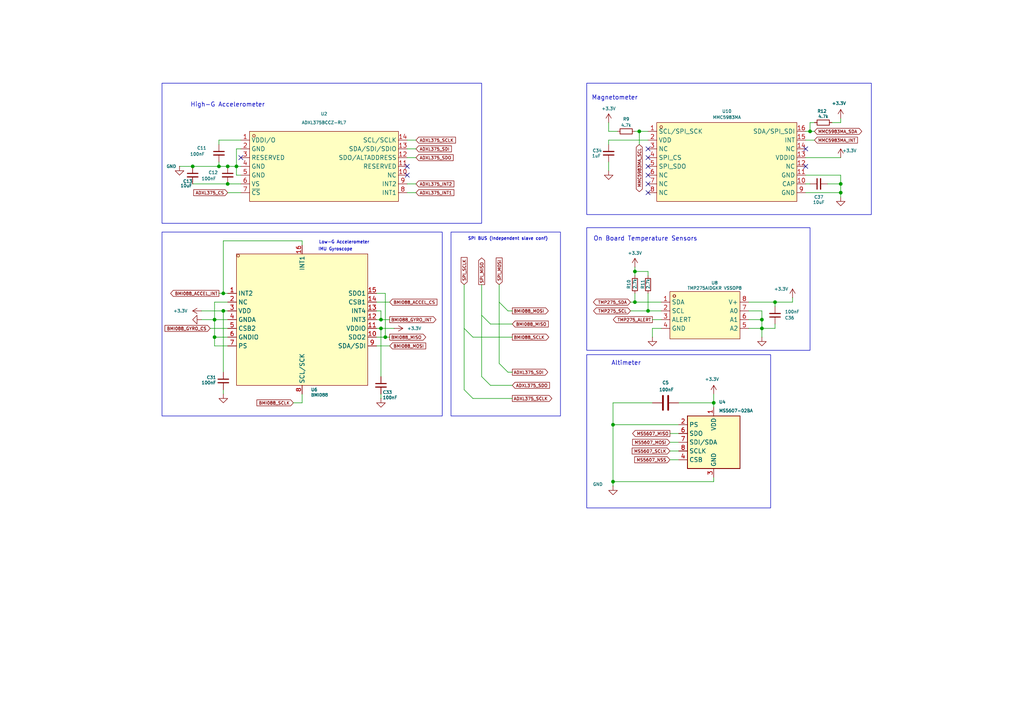
<source format=kicad_sch>
(kicad_sch (version 20231120) (generator "eeschema") (generator_version "8.0")
  (paper "A4")
  (title_block (title "Sensors") (date "2024-09-06") (rev "Tokyo") (company "CUHAR"))
  (lib_symbols
    (symbol "Device:C" (pin_numbers hide) (pin_names (offset 0.254))
      (property "Reference" "C" (at 0.635 2.54 0))
      (property "Value" "C" (at 0.635 -2.54 0))
      (symbol "C_0_1"
        (polyline (pts (xy -2.032 -0.762) (xy 2.032 -0.762)) (stroke (width 0.508)))
        (polyline (pts (xy -2.032 0.762) (xy 2.032 0.762)) (stroke (width 0.508)))
      )
      (symbol "C_1_1"
        (pin passive line (at 0 3.81 270) (length 2.794) (name "~") (number "1"))
        (pin passive line (at 0 -3.81 90) (length 2.794) (name "~") (number "2"))
      )
    )
    (symbol "Device:C_Small" (pin_numbers hide) (pin_names (offset 0.254) hide)
      (property "Reference" "C" (at 0.254 1.778 0))
      (property "Value" "C_Small" (at 0.254 -2.032 0))
      (symbol "C_Small_0_1"
        (polyline (pts (xy -1.524 -0.508) (xy 1.524 -0.508)) (stroke (width 0.3302)))
        (polyline (pts (xy -1.524 0.508) (xy 1.524 0.508)) (stroke (width 0.3048)))
      )
      (symbol "C_Small_1_1"
        (pin passive line (at 0 2.54 270) (length 2.032) (name "~") (number "1"))
        (pin passive line (at 0 -2.54 90) (length 2.032) (name "~") (number "2"))
      )
    )
    (symbol "Device:R_Small" (pin_numbers hide) (pin_names (offset 0.254) hide)
      (property "Reference" "R" (at 0.762 0.508 0))
      (property "Value" "R_Small" (at 0.762 -1.016 0))
      (symbol "R_Small_0_1"
        (rectangle (start -0.762 1.778) (end 0.762 -1.778) (stroke (width 0.2032)))
      )
      (symbol "R_Small_1_1"
        (pin passive line (at 0 2.54 270) (length 0.762) (name "~") (number "1"))
        (pin passive line (at 0 -2.54 90) (length 0.762) (name "~") (number "2"))
      )
    )
    (symbol "EasyEDA:ADXL375BCCZ-RL7"
      (property "Reference" "U" (at 0 12.7 0))
      (property "Value" "ADXL375BCCZ-RL7" (at 0 -12.7 0))
      (symbol "ADXL375BCCZ-RL7_0_1"
        (rectangle (start -21.59 10.16) (end 21.59 -10.16) (fill (type background)))
        (circle (center -20.32 8.89) (radius 0.38))
        (pin unspecified line (at -24.13 7.62 0) (length 2.54) (name "VDDI/O") (number "1"))
        (pin unspecified line (at 24.13 -2.54 180) (length 2.54) (name "NC") (number "10"))
        (pin unspecified line (at 24.13 0 180) (length 2.54) (name "RESERVED") (number "11"))
        (pin unspecified line (at 24.13 2.54 180) (length 2.54) (name "SDO/ALTADDRESS") (number "12"))
        (pin unspecified line (at 24.13 5.08 180) (length 2.54) (name "SDA/SDI/SDIO") (number "13"))
        (pin unspecified line (at 24.13 7.62 180) (length 2.54) (name "SCL/SCLK") (number "14"))
        (pin unspecified line (at -24.13 5.08 0) (length 2.54) (name "GND") (number "2"))
        (pin unspecified line (at -24.13 2.54 0) (length 2.54) (name "RESERVED") (number "3"))
        (pin unspecified line (at -24.13 0 0) (length 2.54) (name "GND") (number "4"))
        (pin unspecified line (at -24.13 -2.54 0) (length 2.54) (name "GND") (number "5"))
        (pin unspecified line (at -24.13 -5.08 0) (length 2.54) (name "VS") (number "6"))
        (pin unspecified line (at -24.13 -7.62 0) (length 2.54) (name "~{CS}") (number "7"))
        (pin unspecified line (at 24.13 -7.62 180) (length 2.54) (name "INT1") (number "8"))
        (pin unspecified line (at 24.13 -5.08 180) (length 2.54) (name "INT2") (number "9"))
      )
    )
    (symbol "EasyEDA:BMI088"
      (property "Reference" "U" (at 0 26.67 0))
      (property "Value" "BMI088" (at 0 -26.67 0))
      (symbol "BMI088_0_1"
        (rectangle (start -19.05 19.05) (end 19.05 -19.05) (fill (type background)))
        (circle (center -18.54 18.54) (radius 0.38))
        (pin unspecified line (at -21.59 7.62 0) (length 2.54) (name "INT2") (number "1"))
        (pin unspecified line (at 21.59 -5.08 180) (length 2.54) (name "SDO2") (number "10"))
        (pin unspecified line (at 21.59 -2.54 180) (length 2.54) (name "VDDIO") (number "11"))
        (pin unspecified line (at 21.59 0 180) (length 2.54) (name "INT3") (number "12"))
        (pin unspecified line (at 21.59 2.54 180) (length 2.54) (name "INT4") (number "13"))
        (pin unspecified line (at 21.59 5.08 180) (length 2.54) (name "CSB1") (number "14"))
        (pin unspecified line (at 21.59 7.62 180) (length 2.54) (name "SDO1") (number "15"))
        (pin unspecified line (at 0 21.59 270) (length 2.54) (name "INT1") (number "16"))
        (pin unspecified line (at -21.59 5.08 0) (length 2.54) (name "NC") (number "2"))
        (pin unspecified line (at -21.59 2.54 0) (length 2.54) (name "VDD") (number "3"))
        (pin unspecified line (at -21.59 0 0) (length 2.54) (name "GNDA") (number "4"))
        (pin unspecified line (at -21.59 -2.54 0) (length 2.54) (name "CSB2") (number "5"))
        (pin unspecified line (at -21.59 -5.08 0) (length 2.54) (name "GNDIO") (number "6"))
        (pin unspecified line (at -21.59 -7.62 0) (length 2.54) (name "PS") (number "7"))
        (pin unspecified line (at 0 -21.59 90) (length 2.54) (name "SCL/SCK") (number "8"))
        (pin unspecified line (at 21.59 -7.62 180) (length 2.54) (name "SDA/SDI") (number "9"))
      )
    )
    (symbol "EasyEDA:MMC5983MA"
      (property "Reference" "U" (at 0 13.97 0))
      (property "Value" "MMC5983MA" (at 0 -13.97 0))
      (symbol "MMC5983MA_0_1"
        (rectangle (start -20.32 11.43) (end 20.32 -11.43) (fill (type background)))
        (circle (center -19.05 10.16) (radius 0.38))
        (pin unspecified line (at -22.86 8.89 0) (length 2.54) (name "SCL/SPI_SCK") (number "1"))
        (pin unspecified line (at 22.86 -6.35 180) (length 2.54) (name "CAP") (number "10"))
        (pin unspecified line (at 22.86 -3.81 180) (length 2.54) (name "GND") (number "11"))
        (pin unspecified line (at 22.86 -1.27 180) (length 2.54) (name "NC") (number "12"))
        (pin unspecified line (at 22.86 1.27 180) (length 2.54) (name "VDDIO") (number "13"))
        (pin unspecified line (at 22.86 3.81 180) (length 2.54) (name "NC") (number "14"))
        (pin unspecified line (at 22.86 6.35 180) (length 2.54) (name "INT") (number "15"))
        (pin unspecified line (at 22.86 8.89 180) (length 2.54) (name "SDA/SPI_SDI") (number "16"))
        (pin unspecified line (at -22.86 6.35 0) (length 2.54) (name "VDD") (number "2"))
        (pin unspecified line (at -22.86 3.81 0) (length 2.54) (name "NC") (number "3"))
        (pin unspecified line (at -22.86 1.27 0) (length 2.54) (name "SPI_CS") (number "4"))
        (pin unspecified line (at -22.86 -1.27 0) (length 2.54) (name "SPI_SDO") (number "5"))
        (pin unspecified line (at -22.86 -3.81 0) (length 2.54) (name "NC") (number "6"))
        (pin unspecified line (at -22.86 -6.35 0) (length 2.54) (name "NC") (number "7"))
        (pin unspecified line (at -22.86 -8.89 0) (length 2.54) (name "NC") (number "8"))
        (pin unspecified line (at 22.86 -8.89 180) (length 2.54) (name "GND") (number "9"))
      )
    )
    (symbol "EasyEDA:TMP275AIDGKRVSSOP8"
      (property "Reference" "U" (at 0 8.89 0))
      (property "Value" "TMP275AIDGKR VSSOP8" (at 0 -8.89 0))
      (symbol "TMP275AIDGKRVSSOP8_0_1"
        (rectangle (start -10.16 6.86) (end 10.16 -6.86) (fill (type background)))
        (circle (center -8.89 5.59) (radius 0.38))
        (circle (center -8.89 5.59) (radius 0.38))
        (pin unspecified line (at -12.7 3.81 0) (length 2.54) (name "SDA") (number "1"))
        (pin unspecified line (at -12.7 1.27 0) (length 2.54) (name "SCL") (number "2"))
        (pin unspecified line (at -12.7 -1.27 0) (length 2.54) (name "ALERT") (number "3"))
        (pin unspecified line (at -12.7 -3.81 0) (length 2.54) (name "GND") (number "4"))
        (pin unspecified line (at 12.7 -3.81 180) (length 2.54) (name "A2") (number "5"))
        (pin unspecified line (at 12.7 -1.27 180) (length 2.54) (name "A1") (number "6"))
        (pin unspecified line (at 12.7 1.27 180) (length 2.54) (name "A0") (number "7"))
        (pin unspecified line (at 12.7 3.81 180) (length 2.54) (name "V+") (number "8"))
      )
    )
    (symbol "Sensor_Pressure:MS5607-02BA"
      (property "Reference" "U" (at -6.35 8.89 0))
      (property "Value" "MS5607-02BA" (at 7.62 8.89 0))
      (symbol "MS5607-02BA_0_1"
        (rectangle (start -7.62 7.62) (end 7.62 -7.62) (stroke (width 0.254)) (fill (type background)))
      )
      (symbol "MS5607-02BA_1_1"
        (pin power_in line (at 0 10.16 270) (length 2.54) (name "VDD") (number "1"))
        (pin input line (at -10.16 5.08 0) (length 2.54) (name "PS") (number "2"))
        (pin power_in line (at 0 -10.16 90) (length 2.54) (name "GND") (number "3"))
        (pin input line (at -10.16 -5.08 0) (length 2.54) (name "CSB") (number "4"))
        (pin input line (at -10.16 -5.08 0) (length 2.54) hide (name "CSB") (number "5"))
        (pin output line (at -10.16 2.54 0) (length 2.54) (name "SDO") (number "6"))
        (pin bidirectional line (at -10.16 0 0) (length 2.54) (name "SDI/SDA") (number "7"))
        (pin input line (at -10.16 -2.54 0) (length 2.54) (name "SCLK") (number "8"))
      )
    )
    (symbol "power:+3.3V" (power) (pin_numbers hide) (pin_names (offset 0) hide)
      (property "Value" "+3.3V" (at 0 3.556 0))
      (symbol "+3.3V_0_1"
        (polyline (pts (xy -0.762 1.27) (xy 0 2.54)))
        (polyline (pts (xy 0 0) (xy 0 2.54)))
        (polyline (pts (xy 0 2.54) (xy 0.762 1.27)))
      )
      (symbol "+3.3V_1_1"
        (pin power_in line (at 0 0 90) (length 0) (name "~") (number "1"))
      )
    )
    (symbol "power:GND" (power) (pin_numbers hide) (pin_names (offset 0) hide)
      (property "Value" "GND" (at 0 -3.81 0))
      (symbol "GND_0_1"
        (polyline (pts (xy 0 0) (xy 0 -1.27) (xy 1.27 -1.27) (xy 0 -2.54) (xy -1.27 -1.27) (xy 0 -1.27)))
      )
      (symbol "GND_1_1"
        (pin power_in line (at 0 0 270) (length 0) (name "~") (number "1"))
      )
    )
  )
  (junction (at 220.98 95.25))
  (junction (at 184.15 87.63))
  (junction (at 62.23 92.71))
  (junction (at 243.84 55.88))
  (junction (at 220.98 92.71))
  (junction (at 207.01 116.84))
  (junction (at 64.77 90.17))
  (junction (at 177.8 139.7))
  (junction (at 187.96 90.17))
  (junction (at 177.8 123.19))
  (junction (at 55.88 48.26))
  (junction (at 63.5 48.26))
  (junction (at 224.79 87.63))
  (junction (at 62.23 97.79))
  (junction (at 243.84 53.34))
  (junction (at 66.04 53.34))
  (junction (at 110.49 92.71))
  (junction (at 66.04 48.26))
  (junction (at 184.15 78.74))
  (junction (at 68.58 48.26))
  (junction (at 185.42 38.1))
  (junction (at 234.95 38.1))
  (junction (at 110.49 95.25))
  (junction (at 64.77 85.09))
  (junction (at 111.76 97.79))
  (no_connect (at 187.96 48.26))
  (no_connect (at 187.96 45.72))
  (no_connect (at 118.11 50.8))
  (no_connect (at 187.96 43.18))
  (no_connect (at 69.85 45.72))
  (no_connect (at 233.68 48.26))
  (no_connect (at 187.96 55.88))
  (no_connect (at 233.68 43.18))
  (no_connect (at 187.96 50.8))
  (no_connect (at 118.11 48.26))
  (no_connect (at 187.96 53.34))
  (bus_entry (at 134.62 113.03) (size 2.54 2.54))
  (bus_entry (at 144.78 87.63) (size 2.54 2.54))
  (bus_entry (at 139.7 91.44) (size 2.54 2.54))
  (bus_entry (at 134.62 95.25) (size 2.54 2.54))
  (bus_entry (at 144.78 105.41) (size 2.54 2.54))
  (bus_entry (at 139.7 109.22) (size 2.54 2.54))
  (wire (pts (xy 66.04 48.26) (xy 68.58 48.26)))
  (wire (pts (xy 110.49 95.25) (xy 114.3 95.25)))
  (wire (pts (xy 64.77 85.09) (xy 64.77 69.85)))
  (wire (pts (xy 243.84 55.88) (xy 243.84 57.15)))
  (wire (pts (xy 240.03 53.34) (xy 243.84 53.34)))
  (wire (pts (xy 243.84 34.29) (xy 243.84 35.56)))
  (wire (pts (xy 176.53 35.56) (xy 176.53 38.1)))
  (wire (pts (xy 68.58 48.26) (xy 68.58 50.8)))
  (wire (pts (xy 220.98 95.25) (xy 224.79 95.25)))
  (wire (pts (xy 63.5 46.99) (xy 63.5 48.26)))
  (wire (pts (xy 142.24 111.76) (xy 148.59 111.76)))
  (wire (pts (xy 66.04 53.34) (xy 69.85 53.34)))
  (wire (pts (xy 182.88 90.17) (xy 187.96 90.17)))
  (wire (pts (xy 196.85 123.19) (xy 177.8 123.19)))
  (wire (pts (xy 66.04 87.63) (xy 62.23 87.63)))
  (wire (pts (xy 64.77 85.09) (xy 66.04 85.09)))
  (wire (pts (xy 207.01 116.84) (xy 207.01 118.11)))
  (wire (pts (xy 224.79 87.63) (xy 229.87 87.63)))
  (wire (pts (xy 220.98 92.71) (xy 220.98 95.25)))
  (wire (pts (xy 111.76 97.79) (xy 109.22 97.79)))
  (wire (pts (xy 87.63 116.84) (xy 87.63 114.3)))
  (wire (pts (xy 184.15 38.1) (xy 185.42 38.1)))
  (wire (pts (xy 62.23 92.71) (xy 66.04 92.71)))
  (wire (pts (xy 189.23 92.71) (xy 191.77 92.71)))
  (wire (pts (xy 217.17 92.71) (xy 220.98 92.71)))
  (wire (pts (xy 87.63 69.85) (xy 87.63 71.12)))
  (wire (pts (xy 142.24 93.98) (xy 148.59 93.98)))
  (wire (pts (xy 217.17 90.17) (xy 220.98 90.17)))
  (wire (pts (xy 58.42 90.17) (xy 64.77 90.17)))
  (wire (pts (xy 63.5 85.09) (xy 64.77 85.09)))
  (wire (pts (xy 243.84 35.56) (xy 241.3 35.56)))
  (wire (pts (xy 224.79 88.9) (xy 224.79 87.63)))
  (wire (pts (xy 177.8 123.19) (xy 177.8 116.84)))
  (wire (pts (xy 63.5 48.26) (xy 66.04 48.26)))
  (wire (pts (xy 69.85 40.64) (xy 63.5 40.64)))
  (wire (pts (xy 62.23 87.63) (xy 62.23 92.71)))
  (wire (pts (xy 139.7 82.55) (xy 139.7 91.44)))
  (wire (pts (xy 176.53 38.1) (xy 179.07 38.1)))
  (wire (pts (xy 177.8 139.7) (xy 177.8 123.19)))
  (wire (pts (xy 55.88 48.26) (xy 63.5 48.26)))
  (wire (pts (xy 177.8 139.7) (xy 207.01 139.7)))
  (wire (pts (xy 64.77 90.17) (xy 66.04 90.17)))
  (wire (pts (xy 184.15 78.74) (xy 187.96 78.74)))
  (wire (pts (xy 177.8 116.84) (xy 189.23 116.84)))
  (wire (pts (xy 109.22 87.63) (xy 113.03 87.63)))
  (wire (pts (xy 184.15 77.47) (xy 184.15 78.74)))
  (wire (pts (xy 233.68 45.72) (xy 243.84 45.72)))
  (wire (pts (xy 109.22 95.25) (xy 110.49 95.25)))
  (wire (pts (xy 134.62 82.55) (xy 134.62 95.25)))
  (wire (pts (xy 63.5 40.64) (xy 63.5 41.91)))
  (wire (pts (xy 176.53 40.64) (xy 176.53 41.91)))
  (wire (pts (xy 176.53 46.99) (xy 176.53 49.53)))
  (wire (pts (xy 110.49 114.3) (xy 110.49 115.57)))
  (wire (pts (xy 187.96 90.17) (xy 191.77 90.17)))
  (wire (pts (xy 68.58 48.26) (xy 69.85 48.26)))
  (wire (pts (xy 118.11 40.64) (xy 120.65 40.64)))
  (wire (pts (xy 118.11 45.72) (xy 120.65 45.72)))
  (wire (pts (xy 194.31 130.81) (xy 196.85 130.81)))
  (wire (pts (xy 207.01 138.43) (xy 207.01 139.7)))
  (wire (pts (xy 118.11 43.18) (xy 120.65 43.18)))
  (wire (pts (xy 85.09 116.84) (xy 87.63 116.84)))
  (wire (pts (xy 233.68 55.88) (xy 243.84 55.88)))
  (wire (pts (xy 66.04 55.88) (xy 69.85 55.88)))
  (wire (pts (xy 111.76 85.09) (xy 111.76 97.79)))
  (wire (pts (xy 233.68 38.1) (xy 234.95 38.1)))
  (wire (pts (xy 229.87 87.63) (xy 229.87 86.36)))
  (wire (pts (xy 224.79 93.98) (xy 224.79 95.25)))
  (wire (pts (xy 184.15 78.74) (xy 184.15 80.01)))
  (wire (pts (xy 187.96 85.09) (xy 187.96 90.17)))
  (wire (pts (xy 68.58 43.18) (xy 68.58 48.26)))
  (wire (pts (xy 60.96 95.25) (xy 66.04 95.25)))
  (wire (pts (xy 137.16 97.79) (xy 148.59 97.79)))
  (wire (pts (xy 233.68 50.8) (xy 243.84 50.8)))
  (wire (pts (xy 233.68 40.64) (xy 236.22 40.64)))
  (wire (pts (xy 189.23 95.25) (xy 189.23 97.79)))
  (wire (pts (xy 110.49 90.17) (xy 109.22 90.17)))
  (wire (pts (xy 68.58 50.8) (xy 69.85 50.8)))
  (wire (pts (xy 144.78 82.55) (xy 144.78 87.63)))
  (wire (pts (xy 207.01 114.3) (xy 207.01 116.84)))
  (wire (pts (xy 55.88 53.34) (xy 66.04 53.34)))
  (wire (pts (xy 110.49 90.17) (xy 110.49 92.71)))
  (wire (pts (xy 109.22 85.09) (xy 111.76 85.09)))
  (wire (pts (xy 58.42 92.71) (xy 62.23 92.71)))
  (wire (pts (xy 134.62 95.25) (xy 134.62 113.03)))
  (wire (pts (xy 69.85 43.18) (xy 68.58 43.18)))
  (wire (pts (xy 233.68 53.34) (xy 234.95 53.34)))
  (wire (pts (xy 185.42 38.1) (xy 187.96 38.1)))
  (wire (pts (xy 109.22 100.33) (xy 113.03 100.33)))
  (wire (pts (xy 184.15 85.09) (xy 184.15 87.63)))
  (wire (pts (xy 64.77 113.03) (xy 64.77 114.3)))
  (wire (pts (xy 196.85 116.84) (xy 207.01 116.84)))
  (wire (pts (xy 147.32 90.17) (xy 148.59 90.17)))
  (wire (pts (xy 137.16 115.57) (xy 148.59 115.57)))
  (wire (pts (xy 234.95 38.1) (xy 236.22 38.1)))
  (wire (pts (xy 139.7 91.44) (xy 139.7 109.22)))
  (wire (pts (xy 234.95 35.56) (xy 234.95 38.1)))
  (wire (pts (xy 217.17 95.25) (xy 220.98 95.25)))
  (wire (pts (xy 187.96 78.74) (xy 187.96 80.01)))
  (wire (pts (xy 236.22 35.56) (xy 234.95 35.56)))
  (wire (pts (xy 185.42 38.1) (xy 185.42 41.91)))
  (wire (pts (xy 243.84 53.34) (xy 243.84 55.88)))
  (wire (pts (xy 182.88 87.63) (xy 184.15 87.63)))
  (wire (pts (xy 243.84 53.34) (xy 243.84 50.8)))
  (wire (pts (xy 194.31 125.73) (xy 196.85 125.73)))
  (wire (pts (xy 147.32 107.95) (xy 148.59 107.95)))
  (wire (pts (xy 110.49 92.71) (xy 109.22 92.71)))
  (wire (pts (xy 64.77 90.17) (xy 64.77 107.95)))
  (wire (pts (xy 177.8 139.7) (xy 177.8 140.97)))
  (wire (pts (xy 194.31 128.27) (xy 196.85 128.27)))
  (wire (pts (xy 66.04 97.79) (xy 62.23 97.79)))
  (wire (pts (xy 220.98 90.17) (xy 220.98 92.71)))
  (wire (pts (xy 118.11 53.34) (xy 120.65 53.34)))
  (wire (pts (xy 52.07 48.26) (xy 55.88 48.26)))
  (wire (pts (xy 62.23 92.71) (xy 62.23 97.79)))
  (wire (pts (xy 110.49 92.71) (xy 113.03 92.71)))
  (wire (pts (xy 176.53 40.64) (xy 187.96 40.64)))
  (wire (pts (xy 62.23 97.79) (xy 62.23 100.33)))
  (wire (pts (xy 217.17 87.63) (xy 224.79 87.63)))
  (wire (pts (xy 220.98 95.25) (xy 220.98 97.79)))
  (wire (pts (xy 64.77 69.85) (xy 87.63 69.85)))
  (wire (pts (xy 144.78 87.63) (xy 144.78 105.41)))
  (wire (pts (xy 189.23 95.25) (xy 191.77 95.25)))
  (wire (pts (xy 194.31 133.35) (xy 196.85 133.35)))
  (wire (pts (xy 110.49 95.25) (xy 110.49 109.22)))
  (wire (pts (xy 111.76 97.79) (xy 113.03 97.79)))
  (wire (pts (xy 62.23 100.33) (xy 66.04 100.33)))
  (wire (pts (xy 184.15 87.63) (xy 191.77 87.63)))
  (wire (pts (xy 118.11 55.88) (xy 120.65 55.88)))
  (rectangle (start 170.18 24.13) (end 252.73 62.23))
  (rectangle (start 46.99 24.13) (end 139.7 64.77))
  (rectangle (start 46.99 67.31) (end 128.27 120.65))
  (rectangle (start 130.81 67.31) (end 162.56 120.65))
  (rectangle (start 170.18 102.87) (end 223.52 147.32))
  (rectangle (start 170.18 66.04) (end 234.95 101.6))
  (text "Altimeter" (at 181.61 105.41 0) (effects (font (size 1.27 1.27))))
  (text "Low-G Accelerometer" (at 99.822 70.358 0) (effects (font (size 0.889 0.889))))
  (text "On Board Temperature Sensors" (at 187.198 69.342 0) (effects (font (size 1.27 1.27))))
  (text "Magnetometer" (at 178.308 28.448 0) (effects (font (size 1.27 1.27))))
  (text "SPI BUS (Independent slave conf)" (at 147.32 69.342 0) (effects (font (size 0.889 0.889))))
  (text "High-G Accelerometer" (at 66.04 30.48 0) (effects (font (size 1.27 1.27))))
  (text "IMU Gyroscope" (at 97.282 72.39 0) (effects (font (size 0.889 0.889))))
  (global_label "ADXL375_SDO" (shape input) (at 148.59 111.76 0) (effects (font (size 0.889 0.889))) (property "Intersheetrefs" "${INTERSHEET_REFS}" (effects (hide yes))))
  (global_label "BMI088_MISO" (shape output) (at 113.03 97.79 0) (effects (font (size 0.889 0.889))) (property "Intersheetrefs" "${INTERSHEET_REFS}" (effects (hide yes))))
  (global_label "MS5607_NSS" (shape input) (at 194.31 133.35 180) (effects (font (size 0.889 0.889))) (property "Intersheetrefs" "${INTERSHEET_REFS}" (effects (hide yes))))
  (global_label "ADXL375_INT1" (shape input) (at 120.65 55.88 0) (effects (font (size 0.889 0.889))) (property "Intersheetrefs" "${INTERSHEET_REFS}" (effects (hide yes))))
  (global_label "MMC5983MA_INT" (shape input) (at 236.22 40.64 0) (effects (font (size 0.889 0.889))) (property "Intersheetrefs" "${INTERSHEET_REFS}" (effects (hide yes))))
  (global_label "BMI088_ACCEL_CS" (shape input) (at 113.03 87.63 0) (effects (font (size 0.889 0.889))) (property "Intersheetrefs" "${INTERSHEET_REFS}" (effects (hide yes))))
  (global_label "SPI_MISO" (shape output) (at 139.7 82.55 90) (effects (font (size 0.889 0.889))) (property "Intersheetrefs" "${INTERSHEET_REFS}" (effects (hide yes))))
  (global_label "TMP275_SDA" (shape bidirectional) (at 182.88 87.63 180) (effects (font (size 0.889 0.889))) (property "Intersheetrefs" "${INTERSHEET_REFS}" (effects (hide yes))))
  (global_label "SPI_SCLK" (shape input) (at 134.62 82.55 90) (effects (font (size 0.889 0.889))) (property "Intersheetrefs" "${INTERSHEET_REFS}" (effects (hide yes))))
  (global_label "ADXL375_SDI" (shape output) (at 148.59 107.95 0) (effects (font (size 0.889 0.889))) (property "Intersheetrefs" "${INTERSHEET_REFS}" (effects (hide yes))))
  (global_label "ADXL375_SDO" (shape input) (at 120.65 45.72 0) (effects (font (size 0.889 0.889))) (property "Intersheetrefs" "${INTERSHEET_REFS}" (effects (hide yes))))
  (global_label "BMI088_MOSI" (shape output) (at 148.59 90.17 0) (effects (font (size 0.889 0.889))) (property "Intersheetrefs" "${INTERSHEET_REFS}" (effects (hide yes))))
  (global_label "MS5607_MOSI" (shape input) (at 194.31 128.27 180) (effects (font (size 0.889 0.889))) (property "Intersheetrefs" "${INTERSHEET_REFS}" (effects (hide yes))))
  (global_label "MMC5983MA_SCL" (shape bidirectional) (at 185.42 41.91 270) (effects (font (size 0.889 0.889))) (property "Intersheetrefs" "${INTERSHEET_REFS}" (effects (hide yes))))
  (global_label "ADXL375_SCLK" (shape input) (at 120.65 40.64 0) (effects (font (size 0.889 0.889))) (property "Intersheetrefs" "${INTERSHEET_REFS}" (effects (hide yes))))
  (global_label "BMI088_ACCEL_INT" (shape output) (at 63.5 85.09 180) (effects (font (size 0.889 0.889))) (property "Intersheetrefs" "${INTERSHEET_REFS}" (effects (hide yes))))
  (global_label "TMP275_SCL" (shape bidirectional) (at 182.88 90.17 180) (effects (font (size 0.889 0.889))) (property "Intersheetrefs" "${INTERSHEET_REFS}" (effects (hide yes))))
  (global_label "BMI088_GYRO_CS" (shape input) (at 60.96 95.25 180) (effects (font (size 0.889 0.889))) (property "Intersheetrefs" "${INTERSHEET_REFS}" (effects (hide yes))))
  (global_label "ADXL375_CS" (shape input) (at 66.04 55.88 180) (effects (font (size 0.889 0.889))) (property "Intersheetrefs" "${INTERSHEET_REFS}" (effects (hide yes))))
  (global_label "SPI_MOSI" (shape input) (at 144.78 82.55 90) (effects (font (size 0.889 0.889))) (property "Intersheetrefs" "${INTERSHEET_REFS}" (effects (hide yes))))
  (global_label "MS5607_SCLK" (shape input) (at 194.31 130.81 180) (effects (font (size 0.889 0.889))) (property "Intersheetrefs" "${INTERSHEET_REFS}" (effects (hide yes))))
  (global_label "BMI088_GYRO_INT" (shape output) (at 113.03 92.71 0) (effects (font (size 0.889 0.889))) (property "Intersheetrefs" "${INTERSHEET_REFS}" (effects (hide yes))))
  (global_label "BMI088_SCLK" (shape output) (at 148.59 97.79 0) (effects (font (size 0.889 0.889))) (property "Intersheetrefs" "${INTERSHEET_REFS}" (effects (hide yes))))
  (global_label "BMI088_MOSI" (shape input) (at 113.03 100.33 0) (effects (font (size 0.889 0.889))) (property "Intersheetrefs" "${INTERSHEET_REFS}" (effects (hide yes))))
  (global_label "ADXL375_SCLK" (shape output) (at 148.59 115.57 0) (effects (font (size 0.889 0.889))) (property "Intersheetrefs" "${INTERSHEET_REFS}" (effects (hide yes))))
  (global_label "ADXL375_INT2" (shape input) (at 120.65 53.34 0) (effects (font (size 0.889 0.889))) (property "Intersheetrefs" "${INTERSHEET_REFS}" (effects (hide yes))))
  (global_label "MMC5983MA_SDA" (shape bidirectional) (at 236.22 38.1 0) (effects (font (size 0.889 0.889))) (property "Intersheetrefs" "${INTERSHEET_REFS}" (effects (hide yes))))
  (global_label "MS5607_MISO" (shape output) (at 194.31 125.73 180) (effects (font (size 0.889 0.889))) (property "Intersheetrefs" "${INTERSHEET_REFS}" (effects (hide yes))))
  (global_label "BMI088_SCLK" (shape input) (at 85.09 116.84 180) (effects (font (size 0.889 0.889))) (property "Intersheetrefs" "${INTERSHEET_REFS}" (effects (hide yes))))
  (global_label "BMI088_MISO" (shape input) (at 148.59 93.98 0) (effects (font (size 0.889 0.889))) (property "Intersheetrefs" "${INTERSHEET_REFS}" (effects (hide yes))))
  (global_label "ADXL375_SDI" (shape input) (at 120.65 43.18 0) (effects (font (size 0.889 0.889))) (property "Intersheetrefs" "${INTERSHEET_REFS}" (effects (hide yes))))
  (global_label "TMP275_ALERT" (shape output) (at 189.23 92.71 180) (effects (font (size 0.889 0.889))) (property "Intersheetrefs" "${INTERSHEET_REFS}" (effects (hide yes))))
  (symbol (lib_id "power:GND") (at 220.98 97.79 0) (unit 1)
    (property "Reference" "#PWR057" (effects (hide yes)))
    (property "Value" "GND" (effects (hide yes)))
    (property "Description" "Power symbol creates a global label with name \"GND\" , ground" (effects (hide yes)))
  )
  (symbol (lib_id "power:+3.3V") (at 243.84 34.29 0) (unit 1)
    (property "Reference" "#PWR059" (effects (hide yes)))
    (property "Value" "+3.3V" (at 243.332 29.972 0) (effects (font (size 0.889 0.889))))
    (property "Description" "Power symbol creates a global label with name \"+3.3V\"" (effects (hide yes)))
  )
  (symbol (lib_id "Device:C_Small") (at 176.53 44.45 180) (unit 1)
    (property "Reference" "C34" (at 173.228 43.688 0) (effects (font (size 0.889 0.889))))
    (property "Value" "1uF" (at 172.974 45.212 0) (effects (font (size 0.889 0.889))))
    (property "Footprint" "Capacitor_SMD:C_0402_1005Metric_Pad0.74x0.62mm_HandSolder" (effects (hide yes)))
    (property "Description" "Unpolarized capacitor, small symbol" (effects (hide yes)))
  )
  (symbol (lib_id "power:GND") (at 64.77 114.3 0) (unit 1)
    (property "Reference" "#PWR048" (effects (hide yes)))
    (property "Value" "GND" (effects (hide yes)))
    (property "Description" "Power symbol creates a global label with name \"GND\" , ground" (effects (hide yes)))
  )
  (symbol (lib_id "Device:C_Small") (at 224.79 91.44 180) (unit 1)
    (property "Reference" "C36" (at 230.378 92.202 0) (effects (font (size 0.889 0.889)) (justify left)))
    (property "Value" "100nF" (at 231.902 90.424 0) (effects (font (size 0.889 0.889)) (justify left)))
    (property "Footprint" "Capacitor_SMD:C_0402_1005Metric" (effects (hide yes)))
    (property "Description" "Unpolarized capacitor, small symbol" (effects (hide yes)))
  )
  (symbol (lib_id "power:+3.3V") (at 243.84 45.72 0) (unit 1)
    (property "Reference" "#PWR060" (effects (hide yes)))
    (property "Value" "+3.3V" (at 246.38 43.688 0) (effects (font (size 0.889 0.889))))
    (property "Description" "Power symbol creates a global label with name \"+3.3V\"" (effects (hide yes)))
  )
  (symbol (lib_id "power:+3.3V") (at 58.42 90.17 90) (unit 1)
    (property "Reference" "#PWR046" (effects (hide yes)))
    (property "Value" "+3.3V" (at 52.324 90.17 90) (effects (font (size 0.889 0.889))))
    (property "Description" "Power symbol creates a global label with name \"+3.3V\"" (effects (hide yes)))
  )
  (symbol (lib_id "power:GND") (at 110.49 115.57 0) (unit 1)
    (property "Reference" "#PWR049" (effects (hide yes)))
    (property "Value" "GND" (effects (hide yes)))
    (property "Description" "Power symbol creates a global label with name \"GND\" , ground" (effects (hide yes)))
  )
  (symbol (lib_id "Device:R_Small") (at 184.15 82.55 0) (unit 1)
    (property "Reference" "R10" (at 182.372 83.82 90) (effects (font (size 0.889 0.889)) (justify left)))
    (property "Value" "2.7k" (at 184.15 83.82 90) (effects (font (size 0.889 0.889)) (justify left)))
    (property "Footprint" "Resistor_SMD:R_0402_1005Metric" (effects (hide yes)))
    (property "Description" "Resistor, small symbol" (effects (hide yes)))
  )
  (symbol (lib_id "power:GND") (at 176.53 49.53 0) (unit 1)
    (property "Reference" "#PWR052" (effects (hide yes)))
    (property "Value" "GND" (effects (hide yes)))
    (property "Description" "Power symbol creates a global label with name \"GND\" , ground" (effects (hide yes)))
  )
  (symbol (lib_id "Device:R_Small") (at 238.76 35.56 90) (unit 1)
    (property "Reference" "R12" (at 239.776 32.258 90) (effects (font (size 0.889 0.889)) (justify left)))
    (property "Value" "4.7k" (at 240.284 33.782 90) (effects (font (size 0.889 0.889)) (justify left)))
    (property "Footprint" "Resistor_SMD:R_0402_1005Metric_Pad0.72x0.64mm_HandSolder" (effects (hide yes)))
    (property "Description" "Resistor, small symbol" (effects (hide yes)))
  )
  (symbol (lib_id "Device:C") (at 193.04 116.84 90) (unit 1)
    (property "Reference" "C5" (at 193.04 110.998 90) (effects (font (size 0.889 0.889))))
    (property "Value" "100nF" (at 193.294 113.03 90) (effects (font (size 0.889 0.889))))
    (property "Footprint" "Capacitor_SMD:C_0402_1005Metric" (effects (hide yes)))
    (property "Description" "Unpolarized capacitor" (effects (hide yes)))
    (instances (project "" (path "" (reference "C5") (unit 1))) (project "" (path "" (reference "C35") (unit 1))))
  )
  (symbol (lib_id "Device:C_Small") (at 110.49 111.76 0) (unit 1)
    (property "Reference" "C33" (at 110.998 113.792 0) (effects (font (size 0.889 0.889)) (justify left)))
    (property "Value" "100nF" (at 110.998 115.316 0) (effects (font (size 0.889 0.889)) (justify left)))
    (property "Footprint" "Capacitor_SMD:C_0402_1005Metric" (effects (hide yes)))
    (property "Description" "Unpolarized capacitor, small symbol" (effects (hide yes)))
  )
  (symbol (lib_id "power:+3.3V") (at 176.53 35.56 0) (unit 1)
    (property "Reference" "#PWR051" (effects (hide yes)))
    (property "Value" "+3.3V" (at 176.53 31.496 0) (effects (font (size 0.889 0.889))))
    (property "Description" "Power symbol creates a global label with name \"+3.3V\"" (effects (hide yes)))
  )
  (symbol (lib_id "EasyEDA:TMP275AIDGKRVSSOP8") (at 204.47 91.44 0) (unit 1)
    (property "Reference" "U8" (at 207.264 82.042 0) (effects (font (size 0.889 0.889))))
    (property "Value" "TMP275AIDGKR VSSOP8" (at 207.264 83.566 0) (effects (font (size 0.889 0.889))))
    (property "Footprint" "EasyEDA:VSSOP-8_L3.0-W3.0-P0.65-LS5.0-BL" (effects (hide yes)))
    (property "Datasheet" "https://lcsc.com/product-detail/Temperature-Sensors_TI_TMP275AIDGKR-VSSOP8_TMP275AIDGKR_C87815.html" (effects (hide yes)))
    (property "LCSC Part" "C87815" (effects (hide yes)))
  )
  (symbol (lib_id "power:+3.3V") (at 229.87 86.36 0) (unit 1)
    (property "Reference" "#PWR058" (effects (hide yes)))
    (property "Value" "+3.3V" (at 226.568 83.82 0) (effects (font (size 0.889 0.889))))
    (property "Description" "Power symbol creates a global label with name \"+3.3V\"" (effects (hide yes)))
  )
  (symbol (lib_id "power:GND") (at 243.84 57.15 0) (unit 1)
    (property "Reference" "#PWR061" (effects (hide yes)))
    (property "Value" "GND" (effects (hide yes)))
    (property "Description" "Power symbol creates a global label with name \"GND\" , ground" (effects (hide yes)))
  )
  (symbol (lib_id "Device:C_Small") (at 55.88 50.8 0) (unit 1)
    (property "Reference" "C13" (at 53.086 52.578 0) (effects (font (size 0.889 0.889)) (justify left)))
    (property "Value" "10uF" (at 52.324 53.848 0) (effects (font (size 0.889 0.889)) (justify left)))
    (property "Footprint" "Capacitor_SMD:C_0402_1005Metric" (effects (hide yes)))
    (property "Description" "Unpolarized capacitor, small symbol" (effects (hide yes)))
    (instances (project "mirage" (path "" (reference "C13") (unit 1))) (project "mirage" (path "" (reference "C29") (unit 1))))
  )
  (symbol (lib_id "Device:C_Small") (at 63.5 44.45 0) (unit 1)
    (property "Reference" "C11" (at 57.15 42.926 0) (effects (font (size 0.889 0.889)) (justify left)))
    (property "Value" "100nF" (at 55.118 44.704 0) (effects (font (size 0.889 0.889)) (justify left)))
    (property "Footprint" "Capacitor_SMD:C_0402_1005Metric" (effects (hide yes)))
    (property "Description" "Unpolarized capacitor, small symbol" (effects (hide yes)))
    (instances (project "" (path "" (reference "C11") (unit 1))) (project "" (path "" (reference "C30") (unit 1))))
  )
  (symbol (lib_id "power:+3.3V") (at 207.01 114.3 0) (unit 1)
    (property "Reference" "#PWR06" (effects (hide yes)))
    (property "Value" "+3.3V" (at 206.502 109.982 0) (effects (font (size 0.889 0.889))))
    (property "Description" "Power symbol creates a global label with name \"+3.3V\"" (effects (hide yes)))
    (instances (project "mirage" (path "" (reference "#PWR06") (unit 1))) (project "mirage" (path "" (reference "#PWR056") (unit 1))))
  )
  (symbol (lib_id "Device:R_Small") (at 187.96 82.55 0) (unit 1)
    (property "Reference" "R11" (at 186.436 83.82 90) (effects (font (size 0.889 0.889)) (justify left)))
    (property "Value" "2.7k" (at 187.96 83.82 90) (effects (font (size 0.889 0.889)) (justify left)))
    (property "Footprint" "Resistor_SMD:R_0402_1005Metric" (effects (hide yes)))
    (property "Description" "Resistor, small symbol" (effects (hide yes)))
  )
  (symbol (lib_id "power:GND") (at 58.42 92.71 270) (unit 1)
    (property "Reference" "#PWR047" (effects (hide yes)))
    (property "Value" "GND" (effects (hide yes)))
    (property "Description" "Power symbol creates a global label with name \"GND\" , ground" (effects (hide yes)))
  )
  (symbol (lib_id "power:+3.3V") (at 114.3 95.25 270) (unit 1)
    (property "Reference" "#PWR050" (effects (hide yes)))
    (property "Value" "+3.3V" (at 120.142 95.25 90) (effects (font (size 0.889 0.889))))
    (property "Description" "Power symbol creates a global label with name \"+3.3V\"" (effects (hide yes)))
  )
  (symbol (lib_id "Device:C_Small") (at 64.77 110.49 0) (unit 1)
    (property "Reference" "C31" (at 59.944 109.474 0) (effects (font (size 0.889 0.889)) (justify left)))
    (property "Value" "100nF" (at 58.42 110.998 0) (effects (font (size 0.889 0.889)) (justify left)))
    (property "Footprint" "Capacitor_SMD:C_0402_1005Metric" (effects (hide yes)))
    (property "Description" "Unpolarized capacitor, small symbol" (effects (hide yes)))
  )
  (symbol (lib_id "power:GND") (at 177.8 140.97 0) (unit 1)
    (property "Reference" "#PWR07" (effects (hide yes)))
    (property "Value" "GND" (at 171.958 140.462 0) (effects (font (size 0.889 0.889)) (justify left)))
    (property "Description" "Power symbol creates a global label with name \"GND\" , ground" (effects (hide yes)))
    (instances (project "" (path "" (reference "#PWR07") (unit 1))) (project "" (path "" (reference "#PWR053") (unit 1))))
  )
  (symbol (lib_id "EasyEDA:MMC5983MA") (at 210.82 46.99 0) (unit 1)
    (property "Reference" "U10" (at 210.82 32.258 0) (effects (font (size 0.889 0.889))))
    (property "Value" "MMC5983MA" (at 210.82 34.036 0) (effects (font (size 0.889 0.889))))
    (property "Footprint" "EasyEDA:LGA-16_L3.0-W3.0-P0.50-BL_SQ" (effects (hide yes)))
    (property "Datasheet" "https://lcsc.com/product-detail/Magnetic-Sensors_MEMSIC-MMC5983MA_C404329.html" (effects (hide yes)))
    (property "LCSC Part" "C404329" (effects (hide yes)))
  )
  (symbol (lib_id "Device:C_Small") (at 237.49 53.34 90) (unit 1)
    (property "Reference" "C37" (at 237.49 57.15 90) (effects (font (size 0.889 0.889))))
    (property "Value" "10uF" (at 237.49 58.674 90) (effects (font (size 0.889 0.889))))
    (property "Footprint" "Capacitor_SMD:C_0402_1005Metric_Pad0.74x0.62mm_HandSolder" (effects (hide yes)))
    (property "Description" "Unpolarized capacitor, small symbol" (effects (hide yes)))
  )
  (symbol (lib_id "EasyEDA:ADXL375BCCZ-RL7") (at 93.98 48.26 0) (unit 1)
    (property "Reference" "U2" (at 93.98 33.02 0) (effects (font (size 0.889 0.889))))
    (property "Value" "ADXL375BCCZ-RL7" (at 93.98 35.56 0) (effects (font (size 0.889 0.889))))
    (property "Footprint" "EasyEDA:LGA-14_L5.0-W3.0-P0.80-BL" (effects (hide yes)))
    (property "Datasheet" "https://lcsc.com/product-detail/New-Arrivals_Analog-Devices-ADI-ADXL375BCCZ-RL7_C481898.html" (effects (hide yes)))
    (property "LCSC Part" "C481898 " (effects (hide yes)))
    (instances (project "" (path "" (reference "U2") (unit 1))) (project "" (path "" (reference "U7") (unit 1))))
  )
  (symbol (lib_id "EasyEDA:BMI088") (at 87.63 92.71 0) (unit 1)
    (property "Reference" "U6" (at 90.17 113.03 0) (effects (font (size 0.889 0.889)) (justify left)))
    (property "Value" "BMI088" (at 90.17 114.554 0) (effects (font (size 0.889 0.889)) (justify left)))
    (property "Footprint" "EasyEDA:LGA-16_L4.5-W3.0-P0.50-BL" (effects (hide yes)))
    (property "Datasheet" "https://lcsc.com/product-detail/Others_Bosch-Sensortec_BMI088_Bosch-Sensortec-BMI088_C194919.html" (effects (hide yes)))
    (property "LCSC Part" "C194919" (effects (hide yes)))
  )
  (symbol (lib_id "power:GND") (at 189.23 97.79 0) (unit 1)
    (property "Reference" "#PWR055" (effects (hide yes)))
    (property "Value" "GND" (effects (hide yes)))
    (property "Description" "Power symbol creates a global label with name \"GND\" , ground" (effects (hide yes)))
  )
  (symbol (lib_id "Sensor_Pressure:MS5607-02BA") (at 207.01 128.27 0) (unit 1)
    (property "Reference" "U4" (at 208.534 116.586 0) (effects (font (size 0.889 0.889)) (justify left)))
    (property "Value" "MS5607-02BA" (at 208.534 119.126 0) (effects (font (size 0.889 0.889)) (justify left)))
    (property "Footprint" "Package_LGA:LGA-8_3x5mm_P1.25mm" (effects (hide yes)))
    (property "Datasheet" "https://www.te.com/commerce/DocumentDelivery/DDEController?Action=showdoc&DocId=Data+Sheet%7FMS5607-02BA03%7FB2%7Fpdf%7FEnglish%7FENG_DS_MS5607-02BA03_B2.pdf%7FCAT-BLPS0035" (effects (hide yes)))
    (property "Description" "Barometric pressure sensor, 20cm resolution, 10 to 1200 mbar, I2C and SPI interface up to 20MHz, LGA-8" (effects (hide yes)))
    (instances (project "mirage" (path "" (reference "U4") (unit 1))) (project "mirage" (path "" (reference "U9") (unit 1))))
  )
  (symbol (lib_id "power:+3.3V") (at 184.15 77.47 0) (unit 1)
    (property "Reference" "#PWR054" (effects (hide yes)))
    (property "Value" "+3.3V" (at 184.15 73.406 0) (effects (font (size 0.889 0.889))))
    (property "Description" "Power symbol creates a global label with name \"+3.3V\"" (effects (hide yes)))
  )
  (symbol (lib_id "Device:R_Small") (at 181.61 38.1 90) (unit 1)
    (property "Reference" "R9" (at 181.61 34.544 90) (effects (font (size 0.889 0.889))))
    (property "Value" "4.7k" (at 181.61 36.322 90) (effects (font (size 0.889 0.889))))
    (property "Footprint" "Resistor_SMD:R_0402_1005Metric_Pad0.72x0.64mm_HandSolder" (effects (hide yes)))
    (property "Description" "Resistor, small symbol" (effects (hide yes)))
  )
  (symbol (lib_id "Device:C_Small") (at 66.04 50.8 0) (unit 1)
    (property "Reference" "C12" (at 60.452 50.038 0) (effects (font (size 0.889 0.889)) (justify left)))
    (property "Value" "100nF" (at 58.42 51.816 0) (effects (font (size 0.889 0.889)) (justify left)))
    (property "Footprint" "Capacitor_SMD:C_0402_1005Metric" (effects (hide yes)))
    (property "Description" "Unpolarized capacitor, small symbol" (effects (hide yes)))
    (instances (project "mirage" (path "" (reference "C12") (unit 1))) (project "mirage" (path "" (reference "C32") (unit 1))))
  )
  (symbol (lib_id "power:GND") (at 52.07 48.26 0) (unit 1)
    (property "Reference" "#PWR017" (effects (hide yes)))
    (property "Value" "GND" (at 48.26 48.26 0) (effects (font (size 0.889 0.889)) (justify left)))
    (property "Description" "Power symbol creates a global label with name \"GND\" , ground" (effects (hide yes)))
    (instances (project "mirage" (path "" (reference "#PWR017") (unit 1))) (project "mirage" (path "" (reference "#PWR045") (unit 1))))
  )
)
</source>
